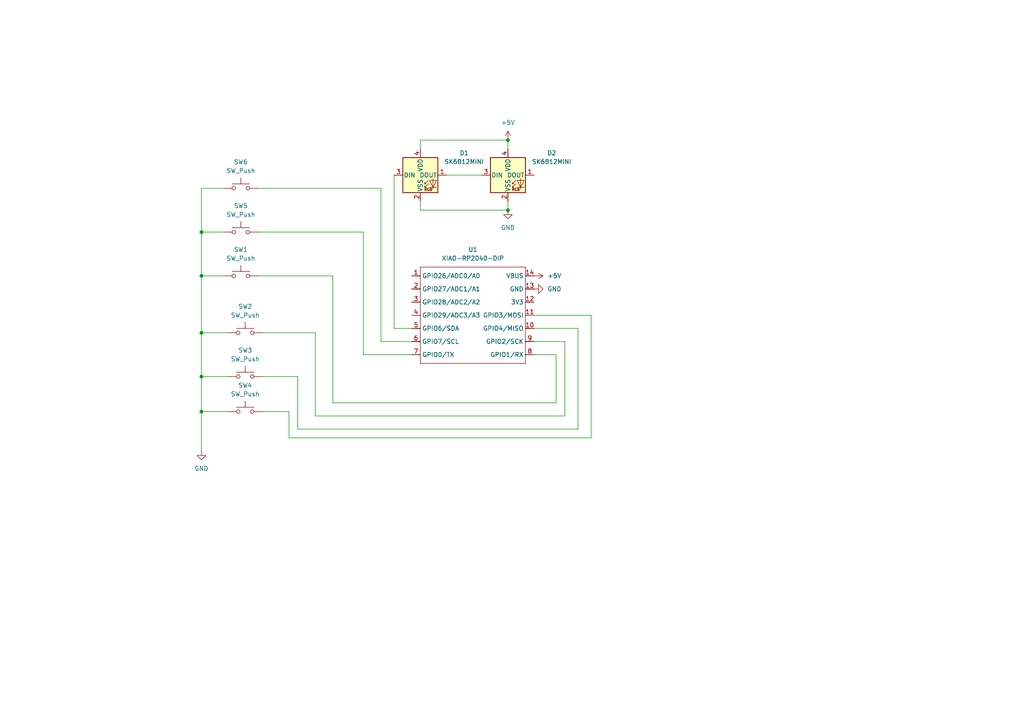
<source format=kicad_sch>
(kicad_sch (version 20250114) (generator "eeschema") (generator_version "9.0")
  (paper "A4")
  (lib_symbols
    (symbol "LED:SK6812MINI" (pin_names (offset 0.254))
      (property "Reference" "D" (at 5.08 5.715 0))
      (property "Value" "SK6812MINI" (at 1.27 -5.715 0))
      (symbol "SK6812MINI_0_0"
        (text "RGB" (at 2.286 -4.191 0) (effects (font (size 0.762 0.762))))
      )
      (symbol "SK6812MINI_0_1"
        (polyline (pts (xy 1.27 -2.54) (xy 1.778 -2.54)))
        (polyline (pts (xy 1.27 -3.556) (xy 1.778 -3.556)))
        (polyline (pts (xy 2.286 -1.524) (xy 1.27 -2.54) (xy 1.27 -2.032)))
        (polyline (pts (xy 2.286 -2.54) (xy 1.27 -3.556) (xy 1.27 -3.048)))
        (polyline (pts (xy 3.683 -1.016) (xy 3.683 -3.556) (xy 3.683 -4.064)))
        (polyline (pts (xy 4.699 -1.524) (xy 2.667 -1.524) (xy 3.683 -3.556) (xy 4.699 -1.524)))
        (polyline (pts (xy 4.699 -3.556) (xy 2.667 -3.556)))
        (rectangle (start 5.08 5.08) (end -5.08 -5.08) (stroke (width 0.254)) (fill (type background)))
      )
      (symbol "SK6812MINI_1_1"
        (pin input line (at -7.62 0 0) (length 2.54) (name "DIN") (number "3"))
        (pin power_in line (at 0 7.62 270) (length 2.54) (name "VDD") (number "4"))
        (pin power_in line (at 0 -7.62 90) (length 2.54) (name "VSS") (number "2"))
        (pin output line (at 7.62 0 180) (length 2.54) (name "DOUT") (number "1"))
      )
    )
    (symbol "OPL:XIAO-RP2040-DIP"
      (property "Reference" "U" (at 0 0 0))
      (property "Value" "XIAO-RP2040-DIP" (at 5.334 -1.778 0))
      (symbol "XIAO-RP2040-DIP_1_0"
        (polyline (pts (xy -1.27 -2.54) (xy 29.21 -2.54)) (stroke (width 0.1524)))
        (polyline (pts (xy -1.27 -5.08) (xy -2.54 -5.08)) (stroke (width 0.1524)))
        (polyline (pts (xy -1.27 -5.08) (xy -1.27 -2.54)) (stroke (width 0.1524)))
        (polyline (pts (xy -1.27 -8.89) (xy -2.54 -8.89)) (stroke (width 0.1524)))
        (polyline (pts (xy -1.27 -8.89) (xy -1.27 -5.08)) (stroke (width 0.1524)))
        (polyline (pts (xy -1.27 -12.7) (xy -2.54 -12.7)) (stroke (width 0.1524)))
        (polyline (pts (xy -1.27 -12.7) (xy -1.27 -8.89)) (stroke (width 0.1524)))
        (polyline (pts (xy -1.27 -16.51) (xy -2.54 -16.51)) (stroke (width 0.1524)))
        (polyline (pts (xy -1.27 -16.51) (xy -1.27 -12.7)) (stroke (width 0.1524)))
        (polyline (pts (xy -1.27 -20.32) (xy -2.54 -20.32)) (stroke (width 0.1524)))
        (polyline (pts (xy -1.27 -24.13) (xy -2.54 -24.13)) (stroke (width 0.1524)))
        (polyline (pts (xy -1.27 -27.94) (xy -2.54 -27.94)) (stroke (width 0.1524)))
        (polyline (pts (xy -1.27 -30.48) (xy -1.27 -16.51)) (stroke (width 0.1524)))
        (polyline (pts (xy 29.21 -2.54) (xy 29.21 -5.08)) (stroke (width 0.1524)))
        (polyline (pts (xy 29.21 -5.08) (xy 29.21 -8.89)) (stroke (width 0.1524)))
        (polyline (pts (xy 29.21 -8.89) (xy 29.21 -12.7)) (stroke (width 0.1524)))
        (polyline (pts (xy 29.21 -12.7) (xy 29.21 -30.48)) (stroke (width 0.1524)))
        (polyline (pts (xy 29.21 -30.48) (xy -1.27 -30.48)) (stroke (width 0.1524)))
        (polyline (pts (xy 30.48 -5.08) (xy 29.21 -5.08)) (stroke (width 0.1524)))
        (polyline (pts (xy 30.48 -8.89) (xy 29.21 -8.89)) (stroke (width 0.1524)))
        (polyline (pts (xy 30.48 -12.7) (xy 29.21 -12.7)) (stroke (width 0.1524)))
        (polyline (pts (xy 30.48 -16.51) (xy 29.21 -16.51)) (stroke (width 0.1524)))
        (polyline (pts (xy 30.48 -20.32) (xy 29.21 -20.32)) (stroke (width 0.1524)))
        (polyline (pts (xy 30.48 -24.13) (xy 29.21 -24.13)) (stroke (width 0.1524)))
        (polyline (pts (xy 30.48 -27.94) (xy 29.21 -27.94)) (stroke (width 0.1524)))
        (pin passive line (at -3.81 -5.08 0) (length 2.54) (name "GPIO26/ADC0/A0") (number "1"))
        (pin passive line (at -3.81 -8.89 0) (length 2.54) (name "GPIO27/ADC1/A1") (number "2"))
        (pin passive line (at -3.81 -12.7 0) (length 2.54) (name "GPIO28/ADC2/A2") (number "3"))
        (pin passive line (at -3.81 -16.51 0) (length 2.54) (name "GPIO29/ADC3/A3") (number "4"))
        (pin passive line (at -3.81 -20.32 0) (length 2.54) (name "GPIO6/SDA") (number "5"))
        (pin passive line (at -3.81 -24.13 0) (length 2.54) (name "GPIO7/SCL") (number "6"))
        (pin passive line (at -3.81 -27.94 0) (length 2.54) (name "GPIO0/TX") (number "7"))
        (pin passive line (at 31.75 -5.08 180) (length 2.54) (name "VBUS") (number "14"))
        (pin passive line (at 31.75 -8.89 180) (length 2.54) (name "GND") (number "13"))
        (pin passive line (at 31.75 -12.7 180) (length 2.54) (name "3V3") (number "12"))
        (pin passive line (at 31.75 -16.51 180) (length 2.54) (name "GPIO3/MOSI") (number "11"))
        (pin passive line (at 31.75 -20.32 180) (length 2.54) (name "GPIO4/MISO") (number "10"))
        (pin passive line (at 31.75 -24.13 180) (length 2.54) (name "GPIO2/SCK") (number "9"))
        (pin passive line (at 31.75 -27.94 180) (length 2.54) (name "GPIO1/RX") (number "8"))
      )
    )
    (symbol "Switch:SW_Push" (pin_numbers (hide yes)) (pin_names (offset 1.016) (hide yes))
      (property "Reference" "SW" (at 1.27 2.54 0))
      (property "Value" "SW_Push" (at 0 -1.524 0))
      (symbol "SW_Push_0_1"
        (circle (center -2.032 0) (radius 0.508))
        (polyline (pts (xy 0 1.27) (xy 0 3.048)))
        (circle (center 2.032 0) (radius 0.508))
        (polyline (pts (xy 2.54 1.27) (xy -2.54 1.27)))
        (pin passive line (at -5.08 0 0) (length 2.54) (name "1") (number "1"))
        (pin passive line (at 5.08 0 180) (length 2.54) (name "2") (number "2"))
      )
    )
    (symbol "power:+5V" (power) (pin_numbers (hide yes)) (pin_names (offset 0) (hide yes))
      (property "Value" "+5V" (at 0 3.556 0))
      (symbol "+5V_0_1"
        (polyline (pts (xy -0.762 1.27) (xy 0 2.54)))
        (polyline (pts (xy 0 2.54) (xy 0.762 1.27)))
        (polyline (pts (xy 0 0) (xy 0 2.54)))
      )
      (symbol "+5V_1_1"
        (pin power_in line (at 0 0 90) (length 0) (name "~") (number "1"))
      )
    )
    (symbol "power:GND" (power) (pin_numbers (hide yes)) (pin_names (offset 0) (hide yes))
      (property "Value" "GND" (at 0 -3.81 0))
      (symbol "GND_0_1"
        (polyline (pts (xy 0 0) (xy 0 -1.27) (xy 1.27 -1.27) (xy 0 -2.54) (xy -1.27 -1.27) (xy 0 -1.27)))
      )
      (symbol "GND_1_1"
        (pin power_in line (at 0 0 270) (length 0) (name "~") (number "1"))
      )
    )
  )
  (junction (at 147.32 60.96))
  (junction (at 58.42 67.31))
  (junction (at 58.42 80.01))
  (junction (at 58.42 109.22))
  (junction (at 58.42 96.52))
  (junction (at 147.32 40.64))
  (junction (at 58.42 119.38))
  (wire (pts (xy 58.42 119.38) (xy 66.04 119.38)))
  (wire (pts (xy 121.92 60.96) (xy 147.32 60.96)))
  (wire (pts (xy 171.45 127) (xy 171.45 91.44)))
  (wire (pts (xy 121.92 58.42) (xy 121.92 60.96)))
  (wire (pts (xy 86.36 109.22) (xy 86.36 124.46)))
  (wire (pts (xy 91.44 120.65) (xy 163.83 120.65)))
  (wire (pts (xy 58.42 96.52) (xy 58.42 109.22)))
  (wire (pts (xy 74.93 54.61) (xy 110.49 54.61)))
  (wire (pts (xy 83.82 119.38) (xy 83.82 127)))
  (wire (pts (xy 58.42 67.31) (xy 64.77 67.31)))
  (wire (pts (xy 83.82 127) (xy 171.45 127)))
  (wire (pts (xy 58.42 67.31) (xy 58.42 54.61)))
  (wire (pts (xy 86.36 124.46) (xy 167.64 124.46)))
  (wire (pts (xy 167.64 124.46) (xy 167.64 95.25)))
  (wire (pts (xy 110.49 54.61) (xy 110.49 99.06)))
  (wire (pts (xy 114.3 50.8) (xy 114.3 95.25)))
  (wire (pts (xy 58.42 96.52) (xy 66.04 96.52)))
  (wire (pts (xy 91.44 96.52) (xy 91.44 120.65)))
  (wire (pts (xy 171.45 91.44) (xy 154.94 91.44)))
  (wire (pts (xy 76.2 109.22) (xy 86.36 109.22)))
  (wire (pts (xy 58.42 80.01) (xy 58.42 67.31)))
  (wire (pts (xy 147.32 58.42) (xy 147.32 60.96)))
  (wire (pts (xy 58.42 54.61) (xy 64.77 54.61)))
  (wire (pts (xy 74.93 67.31) (xy 105.41 67.31)))
  (wire (pts (xy 161.29 102.87) (xy 154.94 102.87)))
  (wire (pts (xy 58.42 119.38) (xy 58.42 130.81)))
  (wire (pts (xy 96.52 80.01) (xy 96.52 116.84)))
  (wire (pts (xy 161.29 116.84) (xy 161.29 102.87)))
  (wire (pts (xy 167.64 95.25) (xy 154.94 95.25)))
  (wire (pts (xy 96.52 116.84) (xy 161.29 116.84)))
  (wire (pts (xy 58.42 109.22) (xy 66.04 109.22)))
  (wire (pts (xy 114.3 95.25) (xy 119.38 95.25)))
  (wire (pts (xy 105.41 67.31) (xy 105.41 102.87)))
  (wire (pts (xy 121.92 40.64) (xy 147.32 40.64)))
  (wire (pts (xy 129.54 50.8) (xy 139.7 50.8)))
  (wire (pts (xy 163.83 120.65) (xy 163.83 99.06)))
  (wire (pts (xy 105.41 102.87) (xy 119.38 102.87)))
  (wire (pts (xy 74.93 80.01) (xy 96.52 80.01)))
  (wire (pts (xy 58.42 109.22) (xy 58.42 119.38)))
  (wire (pts (xy 163.83 99.06) (xy 154.94 99.06)))
  (wire (pts (xy 64.77 80.01) (xy 58.42 80.01)))
  (wire (pts (xy 58.42 80.01) (xy 58.42 96.52)))
  (wire (pts (xy 76.2 119.38) (xy 83.82 119.38)))
  (wire (pts (xy 147.32 40.64) (xy 147.32 43.18)))
  (wire (pts (xy 76.2 96.52) (xy 91.44 96.52)))
  (wire (pts (xy 121.92 43.18) (xy 121.92 40.64)))
  (wire (pts (xy 110.49 99.06) (xy 119.38 99.06)))
  (symbol (lib_id "power:GND") (at 147.32 60.96 0) (unit 1)
    (property "Reference" "#PWR02" (effects (hide yes)))
    (property "Value" "GND" (at 147.32 66.04 0))
    (property "Description" "Power symbol creates a global label with name \"GND\" , ground" (effects (hide yes)))
  )
  (symbol (lib_id "power:+5V") (at 154.94 80.01 270) (unit 1)
    (property "Reference" "#PWR04" (effects (hide yes)))
    (property "Value" "+5V" (at 158.75 80.0099 90) (effects (justify left)))
    (property "Description" "Power symbol creates a global label with name \"+5V\"" (effects (hide yes)))
  )
  (symbol (lib_id "Switch:SW_Push") (at 71.12 119.38 0) (unit 1)
    (property "Reference" "SW4" (at 71.12 111.76 0))
    (property "Value" "SW_Push" (at 71.12 114.3 0))
    (property "Footprint" "Button_Switch_Keyboard:SW_Cherry_MX_1.00u_PCB" (effects (hide yes)))
    (property "Description" "Push button switch, generic, two pins" (effects (hide yes)))
  )
  (symbol (lib_id "LED:SK6812MINI") (at 121.92 50.8 0) (unit 1)
    (property "Reference" "D1" (at 134.62 44.3798 0))
    (property "Value" "SK6812MINI" (at 134.62 46.9198 0))
    (property "Footprint" "LED_SMD:LED_SK6812MINI_PLCC4_3.5x3.5mm_P1.75mm" (effects (hide yes)))
    (property "Datasheet" "https://cdn-shop.adafruit.com/product-files/2686/SK6812MINI_REV.01-1-2.pdf" (effects (hide yes)))
    (property "Description" "RGB LED with integrated controller" (effects (hide yes)))
  )
  (symbol (lib_id "OPL:XIAO-RP2040-DIP") (at 123.19 74.93 0) (unit 1)
    (property "Reference" "U1" (at 137.16 72.39 0))
    (property "Value" "XIAO-RP2040-DIP" (at 137.16 74.93 0))
    (property "Footprint" "OPL:XIAO-RP2040-DIP" (effects (hide yes)))
  )
  (symbol (lib_id "Switch:SW_Push") (at 71.12 109.22 0) (unit 1)
    (property "Reference" "SW3" (at 71.12 101.6 0))
    (property "Value" "SW_Push" (at 71.12 104.14 0))
    (property "Footprint" "Button_Switch_Keyboard:SW_Cherry_MX_1.00u_PCB" (effects (hide yes)))
    (property "Description" "Push button switch, generic, two pins" (effects (hide yes)))
  )
  (symbol (lib_id "power:GND") (at 58.42 130.81 0) (unit 1)
    (property "Reference" "#PWR01" (effects (hide yes)))
    (property "Value" "GND" (at 58.42 135.89 0))
    (property "Description" "Power symbol creates a global label with name \"GND\" , ground" (effects (hide yes)))
  )
  (symbol (lib_id "LED:SK6812MINI") (at 147.32 50.8 0) (unit 1)
    (property "Reference" "D2" (at 160.02 44.3798 0))
    (property "Value" "SK6812MINI" (at 160.02 46.9198 0))
    (property "Footprint" "LED_SMD:LED_SK6812MINI_PLCC4_3.5x3.5mm_P1.75mm" (effects (hide yes)))
    (property "Datasheet" "https://cdn-shop.adafruit.com/product-files/2686/SK6812MINI_REV.01-1-2.pdf" (effects (hide yes)))
    (property "Description" "RGB LED with integrated controller" (effects (hide yes)))
  )
  (symbol (lib_id "power:GND") (at 154.94 83.82 90) (unit 1)
    (property "Reference" "#PWR03" (effects (hide yes)))
    (property "Value" "GND" (at 158.75 83.8199 90) (effects (justify right)))
    (property "Description" "Power symbol creates a global label with name \"GND\" , ground" (effects (hide yes)))
  )
  (symbol (lib_id "Switch:SW_Push") (at 71.12 96.52 0) (unit 1)
    (property "Reference" "SW2" (at 71.12 88.9 0))
    (property "Value" "SW_Push" (at 71.12 91.44 0))
    (property "Footprint" "Button_Switch_Keyboard:SW_Cherry_MX_1.00u_PCB" (effects (hide yes)))
    (property "Description" "Push button switch, generic, two pins" (effects (hide yes)))
  )
  (symbol (lib_id "Switch:SW_Push") (at 69.85 54.61 0) (unit 1)
    (property "Reference" "SW6" (at 69.85 46.99 0))
    (property "Value" "SW_Push" (at 69.85 49.53 0))
    (property "Footprint" "Button_Switch_Keyboard:SW_Cherry_MX_1.00u_PCB" (effects (hide yes)))
    (property "Description" "Push button switch, generic, two pins" (effects (hide yes)))
  )
  (symbol (lib_id "Switch:SW_Push") (at 69.85 67.31 0) (unit 1)
    (property "Reference" "SW5" (at 69.85 59.69 0))
    (property "Value" "SW_Push" (at 69.85 62.23 0))
    (property "Footprint" "Button_Switch_Keyboard:SW_Cherry_MX_1.00u_PCB" (effects (hide yes)))
    (property "Description" "Push button switch, generic, two pins" (effects (hide yes)))
  )
  (symbol (lib_id "power:+5V") (at 147.32 40.64 0) (unit 1)
    (property "Reference" "#PWR05" (effects (hide yes)))
    (property "Value" "+5V" (at 147.32 35.56 0))
    (property "Description" "Power symbol creates a global label with name \"+5V\"" (effects (hide yes)))
  )
  (symbol (lib_id "Switch:SW_Push") (at 69.85 80.01 0) (unit 1)
    (property "Reference" "SW1" (at 69.85 72.39 0))
    (property "Value" "SW_Push" (at 69.85 74.93 0))
    (property "Footprint" "Button_Switch_Keyboard:SW_Cherry_MX_1.00u_PCB" (effects (hide yes)))
    (property "Description" "Push button switch, generic, two pins" (effects (hide yes)))
  )
)
</source>
